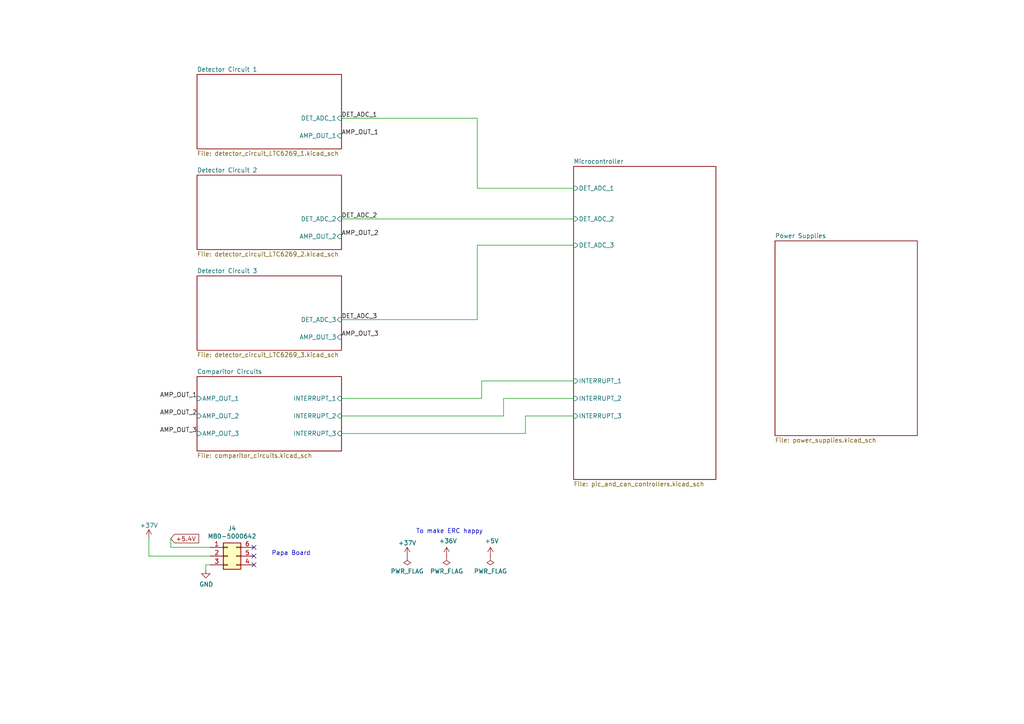
<source format=kicad_sch>
(kicad_sch (version 20211123) (generator eeschema)
  (paper "A4")
  (lib_symbols
    (symbol "Connector_Generic:Conn_02x03_Counter_Clockwise" (pin_names (offset 1.016) hide)
      (property "Reference" "J" (at 1.27 5.08 0))
      (property "Value" "Conn_02x03_Counter_Clockwise" (at 1.27 -5.08 0))
      (symbol "Conn_02x03_Counter_Clockwise_1_1"
        (rectangle (start -1.27 -2.413) (end 0 -2.667) (stroke (width 0.1524)))
        (rectangle (start -1.27 0.127) (end 0 -0.127) (stroke (width 0.1524)))
        (rectangle (start -1.27 2.667) (end 0 2.413) (stroke (width 0.1524)))
        (rectangle (start -1.27 3.81) (end 3.81 -3.81) (stroke (width 0.254)) (fill (type background)))
        (rectangle (start 3.81 -2.413) (end 2.54 -2.667) (stroke (width 0.1524)))
        (rectangle (start 3.81 0.127) (end 2.54 -0.127) (stroke (width 0.1524)))
        (rectangle (start 3.81 2.667) (end 2.54 2.413) (stroke (width 0.1524)))
        (pin passive line (at -5.08 2.54 0) (length 3.81) (name "Pin_1") (number "1"))
        (pin passive line (at -5.08 0 0) (length 3.81) (name "Pin_2") (number "2"))
        (pin passive line (at -5.08 -2.54 0) (length 3.81) (name "Pin_3") (number "3"))
        (pin passive line (at 7.62 -2.54 180) (length 3.81) (name "Pin_4") (number "4"))
        (pin passive line (at 7.62 0 180) (length 3.81) (name "Pin_5") (number "5"))
        (pin passive line (at 7.62 2.54 180) (length 3.81) (name "Pin_6") (number "6"))
      )
    )
    (symbol "payload2020_custom:+37V" (power) (pin_names (offset 0))
      (property "Value" "+37V" (at 0 3.556 0))
      (symbol "+37V_0_1"
        (polyline (pts (xy -0.762 1.27) (xy 0 2.54)))
        (polyline (pts (xy 0 0) (xy 0 2.54)))
        (polyline (pts (xy 0 2.54) (xy 0.762 1.27)))
      )
      (symbol "+37V_1_1"
        (pin power_in line (at 0 0 270) (length 0) hide (name "+37V") (number "1"))
      )
    )
    (symbol "power:+36V" (power) (pin_names (offset 0))
      (property "Value" "+36V" (at 0 3.556 0))
      (symbol "+36V_0_1"
        (polyline (pts (xy -0.762 1.27) (xy 0 2.54)))
        (polyline (pts (xy 0 0) (xy 0 2.54)))
        (polyline (pts (xy 0 2.54) (xy 0.762 1.27)))
      )
      (symbol "+36V_1_1"
        (pin power_in line (at 0 0 90) (length 0) hide (name "+36V") (number "1"))
      )
    )
    (symbol "power:+5V" (power) (pin_names (offset 0))
      (property "Value" "+5V" (at 0 3.556 0))
      (symbol "+5V_0_1"
        (polyline (pts (xy -0.762 1.27) (xy 0 2.54)))
        (polyline (pts (xy 0 0) (xy 0 2.54)))
        (polyline (pts (xy 0 2.54) (xy 0.762 1.27)))
      )
      (symbol "+5V_1_1"
        (pin power_in line (at 0 0 90) (length 0) hide (name "+5V") (number "1"))
      )
    )
    (symbol "power:GND" (power) (pin_names (offset 0))
      (property "Value" "GND" (at 0 -3.81 0))
      (symbol "GND_0_1"
        (polyline (pts (xy 0 0) (xy 0 -1.27) (xy 1.27 -1.27) (xy 0 -2.54) (xy -1.27 -1.27) (xy 0 -1.27)))
      )
      (symbol "GND_1_1"
        (pin power_in line (at 0 0 270) (length 0) hide (name "GND") (number "1"))
      )
    )
    (symbol "power:PWR_FLAG" (power) (pin_numbers hide) (pin_names (offset 0) hide)
      (property "Value" "PWR_FLAG" (at 0 3.81 0))
      (symbol "PWR_FLAG_0_0"
        (pin power_out line (at 0 0 90) (length 0) (name "pwr") (number "1"))
      )
      (symbol "PWR_FLAG_0_1"
        (polyline (pts (xy 0 0) (xy 0 1.27) (xy -1.016 1.905) (xy 0 2.54) (xy 1.016 1.905) (xy 0 1.27)))
      )
    )
  )
  (no_connect (at 73.66 161.29))
  (no_connect (at 73.66 163.83))
  (no_connect (at 73.66 158.75))
  (wire (pts (xy 146.05 120.65) (xy 146.05 115.57)))
  (wire (pts (xy 99.06 125.73) (xy 152.4 125.73)))
  (wire (pts (xy 146.05 115.57) (xy 166.37 115.57)))
  (wire (pts (xy 138.43 34.29) (xy 138.43 54.61)))
  (wire (pts (xy 99.06 63.5) (xy 166.37 63.5)))
  (wire (pts (xy 59.69 163.83) (xy 59.69 165.1)))
  (wire (pts (xy 138.43 92.71) (xy 138.43 71.12)))
  (wire (pts (xy 43.18 161.29) (xy 43.18 156.21)))
  (wire (pts (xy 138.43 54.61) (xy 166.37 54.61)))
  (wire (pts (xy 99.06 120.65) (xy 146.05 120.65)))
  (wire (pts (xy 152.4 120.65) (xy 166.37 120.65)))
  (wire (pts (xy 60.96 161.29) (xy 43.18 161.29)))
  (wire (pts (xy 166.37 71.12) (xy 138.43 71.12)))
  (wire (pts (xy 49.53 158.75) (xy 49.53 156.21)))
  (wire (pts (xy 99.06 34.29) (xy 138.43 34.29)))
  (wire (pts (xy 139.7 110.49) (xy 166.37 110.49)))
  (wire (pts (xy 139.7 115.57) (xy 139.7 110.49)))
  (wire (pts (xy 99.06 115.57) (xy 139.7 115.57)))
  (wire (pts (xy 60.96 158.75) (xy 49.53 158.75)))
  (wire (pts (xy 99.06 92.71) (xy 138.43 92.71)))
  (wire (pts (xy 152.4 125.73) (xy 152.4 120.65)))
  (wire (pts (xy 60.96 163.83) (xy 59.69 163.83)))
  (text "To make ERC happy" (at 120.65 154.94 0) (effects (font (size 1.27 1.27)) (justify left bottom)))
  (text "Papa Board\n" (at 78.74 161.29 0) (effects (font (size 1.27 1.27)) (justify left bottom)))
  (label "AMP_OUT_1" (at 57.15 115.57 180))
  (label "AMP_OUT_2" (at 99.06 68.58 0))
  (label "DET_ADC_2" (at 99.06 63.5 0))
  (label "AMP_OUT_1" (at 99.06 39.37 0))
  (label "DET_ADC_1" (at 99.06 34.29 0))
  (label "DET_ADC_3" (at 99.06 92.71 0))
  (label "AMP_OUT_2" (at 57.15 120.65 180))
  (label "AMP_OUT_3" (at 99.06 97.79 0))
  (label "AMP_OUT_3" (at 57.15 125.73 180))
  (global_label "+5.4V" (shape input) (at 49.53 156.21 0) (property "Intersheet References" "${INTERSHEET_REFS}" (effects hide)))
  (symbol (lib_id "Connector_Generic:Conn_02x03_Counter_Clockwise") (at 66.04 161.29 0) (unit 1)
    (property "Reference" "J4" (at 67.31 153.2382 0))
    (property "Value" "M80-5000642" (at 67.31 155.5496 0))
    (property "Footprint" "Payload2020_custom:connector_Harwin_M80-5000642" (effects hide))
  )
  (symbol (lib_id "payload2020_custom:+37V") (at 43.18 156.21 0) (unit 1)
    (property "Reference" "#PWR06" (effects hide))
    (property "Value" "+37V" (at 43.18 152.4 0))
  )
  (symbol (lib_id "power:GND") (at 59.69 165.1 0) (unit 1)
    (property "Reference" "#PWR017" (effects hide))
    (property "Value" "GND" (at 59.817 169.4942 0))
  )
  (symbol (lib_id "payload2020_custom:+37V") (at 118.11 161.29 0) (unit 1)
    (property "Reference" "#PWR0101" (effects hide))
    (property "Value" "+37V" (at 118.11 157.48 0))
  )
  (symbol (lib_id "power:+5V") (at 142.24 161.29 0) (unit 1)
    (property "Reference" "#PWR0102" (effects hide))
    (property "Value" "+5V" (at 142.621 156.8958 0))
  )
  (symbol (lib_id "power:PWR_FLAG") (at 142.24 161.29 180) (unit 1)
    (property "Reference" "#FLG0101" (effects hide))
    (property "Value" "PWR_FLAG" (at 142.24 165.6842 0))
  )
  (symbol (lib_id "power:PWR_FLAG") (at 118.11 161.29 180) (unit 1)
    (property "Reference" "#FLG0102" (effects hide))
    (property "Value" "PWR_FLAG" (at 118.11 165.6842 0))
  )
  (symbol (lib_id "power:+36V") (at 129.54 161.29 0) (unit 1)
    (property "Reference" "#PWR0103" (effects hide))
    (property "Value" "+36V" (at 129.921 156.8958 0))
  )
  (symbol (lib_id "power:PWR_FLAG") (at 129.54 161.29 180) (unit 1)
    (property "Reference" "#FLG0103" (effects hide))
    (property "Value" "PWR_FLAG" (at 129.54 165.6842 0))
  )
  (sheet (at 224.79 69.85) (size 41.275 56.515)
    (property "Sheet name" "Power Supplies" (at 224.79 69.1384 0) (effects (justify left bottom)))
    (property "Sheet file" "power_supplies.kicad_sch" (at 224.79 126.9496 0) (effects (justify left top)))
  )
  (sheet (at 166.37 48.26) (size 41.275 90.805)
    (property "Sheet name" "Microcontroller" (at 166.37 47.5484 0) (effects (justify left bottom)))
    (property "Sheet file" "pic_and_can_controllers.kicad_sch" (at 166.37 139.6496 0) (effects (justify left top)))
    (pin "DET_ADC_1" input (at 166.37 54.61 180))
    (pin "INTERRUPT_1" input (at 166.37 110.49 180))
    (pin "INTERRUPT_2" input (at 166.37 115.57 180))
    (pin "INTERRUPT_3" input (at 166.37 120.65 180))
    (pin "DET_ADC_2" input (at 166.37 63.5 180))
    (pin "DET_ADC_3" input (at 166.37 71.12 180))
  )
  (sheet (at 57.15 21.59) (size 41.91 21.59)
    (property "Sheet name" "Detector Circuit 1" (at 57.15 20.8784 0) (effects (justify left bottom)))
    (property "Sheet file" "detector_circuit_LTC6269_1.kicad_sch" (at 57.15 43.7646 0) (effects (justify left top)))
    (pin "AMP_OUT_1" input (at 99.06 39.37 0))
    (pin "DET_ADC_1" input (at 99.06 34.29 0))
  )
  (sheet (at 57.15 50.8) (size 41.91 21.59)
    (property "Sheet name" "Detector Circuit 2" (at 57.15 50.0884 0) (effects (justify left bottom)))
    (property "Sheet file" "detector_circuit_LTC6269_2.kicad_sch" (at 57.15 72.9746 0) (effects (justify left top)))
    (pin "AMP_OUT_2" input (at 99.06 68.58 0))
    (pin "DET_ADC_2" input (at 99.06 63.5 0))
  )
  (sheet (at 57.15 80.01) (size 41.91 21.59)
    (property "Sheet name" "Detector Circuit 3" (at 57.15 79.2984 0) (effects (justify left bottom)))
    (property "Sheet file" "detector_circuit_LTC6269_3.kicad_sch" (at 57.15 102.1846 0) (effects (justify left top)))
    (pin "AMP_OUT_3" input (at 99.06 97.79 0))
    (pin "DET_ADC_3" input (at 99.06 92.71 0))
  )
  (sheet (at 57.15 109.22) (size 41.91 21.59)
    (property "Sheet name" "Comparitor Circuits" (at 57.15 108.5084 0) (effects (justify left bottom)))
    (property "Sheet file" "comparitor_circuits.kicad_sch" (at 57.15 131.3946 0) (effects (justify left top)))
    (pin "INTERRUPT_1" input (at 99.06 115.57 0))
    (pin "INTERRUPT_2" input (at 99.06 120.65 0))
    (pin "AMP_OUT_3" input (at 57.15 125.73 180))
    (pin "AMP_OUT_1" input (at 57.15 115.57 180))
    (pin "AMP_OUT_2" input (at 57.15 120.65 180))
    (pin "INTERRUPT_3" input (at 99.06 125.73 0))
  )
)
</source>
